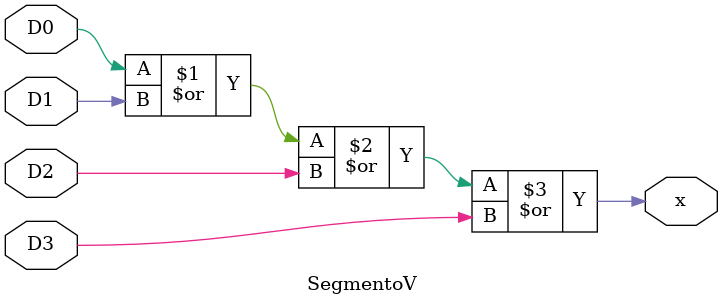
<source format=sv>
module SegmentoV(D0,D1,D2,D3,x);
   input D0,D1,D2,D3;
  output x;
  
  assign x=D0|D1|D2|D3;
  
endmodule
</source>
